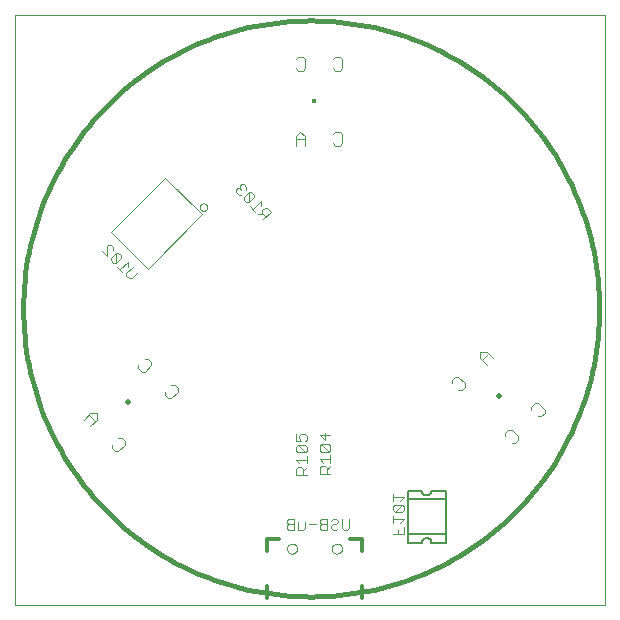
<source format=gbo>
G75*
%MOIN*%
%OFA0B0*%
%FSLAX24Y24*%
%IPPOS*%
%LPD*%
%AMOC8*
5,1,8,0,0,1.08239X$1,22.5*
%
%ADD10C,0.0000*%
%ADD11C,0.0160*%
%ADD12C,0.0040*%
%ADD13R,0.0157X0.0157*%
%ADD14R,0.0157X0.0157*%
%ADD15C,0.0120*%
%ADD16C,0.0050*%
D10*
X000100Y001115D02*
X000100Y020800D01*
X019785Y020800D01*
X019785Y001115D01*
X000100Y001115D01*
X009175Y003001D02*
X009177Y003026D01*
X009183Y003051D01*
X009192Y003075D01*
X009205Y003097D01*
X009222Y003117D01*
X009241Y003134D01*
X009262Y003148D01*
X009286Y003158D01*
X009310Y003165D01*
X009336Y003168D01*
X009361Y003167D01*
X009386Y003162D01*
X009410Y003153D01*
X009433Y003141D01*
X009453Y003126D01*
X009471Y003107D01*
X009486Y003086D01*
X009497Y003063D01*
X009505Y003039D01*
X009509Y003014D01*
X009509Y002988D01*
X009505Y002963D01*
X009497Y002939D01*
X009486Y002916D01*
X009471Y002895D01*
X009453Y002876D01*
X009433Y002861D01*
X009410Y002849D01*
X009386Y002840D01*
X009361Y002835D01*
X009336Y002834D01*
X009310Y002837D01*
X009286Y002844D01*
X009262Y002854D01*
X009241Y002868D01*
X009222Y002885D01*
X009205Y002905D01*
X009192Y002927D01*
X009183Y002951D01*
X009177Y002976D01*
X009175Y003001D01*
X010671Y003001D02*
X010673Y003026D01*
X010679Y003051D01*
X010688Y003075D01*
X010701Y003097D01*
X010718Y003117D01*
X010737Y003134D01*
X010758Y003148D01*
X010782Y003158D01*
X010806Y003165D01*
X010832Y003168D01*
X010857Y003167D01*
X010882Y003162D01*
X010906Y003153D01*
X010929Y003141D01*
X010949Y003126D01*
X010967Y003107D01*
X010982Y003086D01*
X010993Y003063D01*
X011001Y003039D01*
X011005Y003014D01*
X011005Y002988D01*
X011001Y002963D01*
X010993Y002939D01*
X010982Y002916D01*
X010967Y002895D01*
X010949Y002876D01*
X010929Y002861D01*
X010906Y002849D01*
X010882Y002840D01*
X010857Y002835D01*
X010832Y002834D01*
X010806Y002837D01*
X010782Y002844D01*
X010758Y002854D01*
X010737Y002868D01*
X010718Y002885D01*
X010701Y002905D01*
X010688Y002927D01*
X010679Y002951D01*
X010673Y002976D01*
X010671Y003001D01*
D11*
X000379Y011005D02*
X000382Y011241D01*
X000391Y011476D01*
X000405Y011711D01*
X000425Y011946D01*
X000451Y012180D01*
X000483Y012414D01*
X000520Y012646D01*
X000563Y012878D01*
X000612Y013109D01*
X000667Y013338D01*
X000727Y013566D01*
X000792Y013792D01*
X000864Y014017D01*
X000940Y014239D01*
X001022Y014460D01*
X001110Y014679D01*
X001203Y014896D01*
X001301Y015110D01*
X001404Y015322D01*
X001513Y015531D01*
X001626Y015737D01*
X001745Y015941D01*
X001869Y016142D01*
X001997Y016339D01*
X002130Y016533D01*
X002268Y016724D01*
X002411Y016912D01*
X002558Y017096D01*
X002710Y017276D01*
X002866Y017453D01*
X003027Y017625D01*
X003191Y017794D01*
X003360Y017958D01*
X003532Y018119D01*
X003709Y018275D01*
X003889Y018427D01*
X004073Y018574D01*
X004261Y018717D01*
X004452Y018855D01*
X004646Y018988D01*
X004843Y019116D01*
X005044Y019240D01*
X005248Y019359D01*
X005454Y019472D01*
X005663Y019581D01*
X005875Y019684D01*
X006089Y019782D01*
X006306Y019875D01*
X006525Y019963D01*
X006746Y020045D01*
X006968Y020121D01*
X007193Y020193D01*
X007419Y020258D01*
X007647Y020318D01*
X007876Y020373D01*
X008107Y020422D01*
X008339Y020465D01*
X008571Y020502D01*
X008805Y020534D01*
X009039Y020560D01*
X009274Y020580D01*
X009509Y020594D01*
X009744Y020603D01*
X009980Y020606D01*
X010216Y020603D01*
X010451Y020594D01*
X010686Y020580D01*
X010921Y020560D01*
X011155Y020534D01*
X011389Y020502D01*
X011621Y020465D01*
X011853Y020422D01*
X012084Y020373D01*
X012313Y020318D01*
X012541Y020258D01*
X012767Y020193D01*
X012992Y020121D01*
X013214Y020045D01*
X013435Y019963D01*
X013654Y019875D01*
X013871Y019782D01*
X014085Y019684D01*
X014297Y019581D01*
X014506Y019472D01*
X014712Y019359D01*
X014916Y019240D01*
X015117Y019116D01*
X015314Y018988D01*
X015508Y018855D01*
X015699Y018717D01*
X015887Y018574D01*
X016071Y018427D01*
X016251Y018275D01*
X016428Y018119D01*
X016600Y017958D01*
X016769Y017794D01*
X016933Y017625D01*
X017094Y017453D01*
X017250Y017276D01*
X017402Y017096D01*
X017549Y016912D01*
X017692Y016724D01*
X017830Y016533D01*
X017963Y016339D01*
X018091Y016142D01*
X018215Y015941D01*
X018334Y015737D01*
X018447Y015531D01*
X018556Y015322D01*
X018659Y015110D01*
X018757Y014896D01*
X018850Y014679D01*
X018938Y014460D01*
X019020Y014239D01*
X019096Y014017D01*
X019168Y013792D01*
X019233Y013566D01*
X019293Y013338D01*
X019348Y013109D01*
X019397Y012878D01*
X019440Y012646D01*
X019477Y012414D01*
X019509Y012180D01*
X019535Y011946D01*
X019555Y011711D01*
X019569Y011476D01*
X019578Y011241D01*
X019581Y011005D01*
X019578Y010769D01*
X019569Y010534D01*
X019555Y010299D01*
X019535Y010064D01*
X019509Y009830D01*
X019477Y009596D01*
X019440Y009364D01*
X019397Y009132D01*
X019348Y008901D01*
X019293Y008672D01*
X019233Y008444D01*
X019168Y008218D01*
X019096Y007993D01*
X019020Y007771D01*
X018938Y007550D01*
X018850Y007331D01*
X018757Y007114D01*
X018659Y006900D01*
X018556Y006688D01*
X018447Y006479D01*
X018334Y006273D01*
X018215Y006069D01*
X018091Y005868D01*
X017963Y005671D01*
X017830Y005477D01*
X017692Y005286D01*
X017549Y005098D01*
X017402Y004914D01*
X017250Y004734D01*
X017094Y004557D01*
X016933Y004385D01*
X016769Y004216D01*
X016600Y004052D01*
X016428Y003891D01*
X016251Y003735D01*
X016071Y003583D01*
X015887Y003436D01*
X015699Y003293D01*
X015508Y003155D01*
X015314Y003022D01*
X015117Y002894D01*
X014916Y002770D01*
X014712Y002651D01*
X014506Y002538D01*
X014297Y002429D01*
X014085Y002326D01*
X013871Y002228D01*
X013654Y002135D01*
X013435Y002047D01*
X013214Y001965D01*
X012992Y001889D01*
X012767Y001817D01*
X012541Y001752D01*
X012313Y001692D01*
X012084Y001637D01*
X011853Y001588D01*
X011621Y001545D01*
X011389Y001508D01*
X011155Y001476D01*
X010921Y001450D01*
X010686Y001430D01*
X010451Y001416D01*
X010216Y001407D01*
X009980Y001404D01*
X009744Y001407D01*
X009509Y001416D01*
X009274Y001430D01*
X009039Y001450D01*
X008805Y001476D01*
X008571Y001508D01*
X008339Y001545D01*
X008107Y001588D01*
X007876Y001637D01*
X007647Y001692D01*
X007419Y001752D01*
X007193Y001817D01*
X006968Y001889D01*
X006746Y001965D01*
X006525Y002047D01*
X006306Y002135D01*
X006089Y002228D01*
X005875Y002326D01*
X005663Y002429D01*
X005454Y002538D01*
X005248Y002651D01*
X005044Y002770D01*
X004843Y002894D01*
X004646Y003022D01*
X004452Y003155D01*
X004261Y003293D01*
X004073Y003436D01*
X003889Y003583D01*
X003709Y003735D01*
X003532Y003891D01*
X003360Y004052D01*
X003191Y004216D01*
X003027Y004385D01*
X002866Y004557D01*
X002710Y004734D01*
X002558Y004914D01*
X002411Y005098D01*
X002268Y005286D01*
X002130Y005477D01*
X001997Y005671D01*
X001869Y005868D01*
X001745Y006069D01*
X001626Y006273D01*
X001513Y006479D01*
X001404Y006688D01*
X001301Y006900D01*
X001203Y007114D01*
X001110Y007331D01*
X001022Y007550D01*
X000940Y007771D01*
X000864Y007993D01*
X000792Y008218D01*
X000727Y008444D01*
X000667Y008672D01*
X000612Y008901D01*
X000563Y009132D01*
X000520Y009364D01*
X000483Y009596D01*
X000451Y009830D01*
X000425Y010064D01*
X000405Y010299D01*
X000391Y010534D01*
X000382Y010769D01*
X000379Y011005D01*
D12*
X002998Y012919D02*
X003168Y012750D01*
X003168Y013089D01*
X003210Y013132D01*
X003295Y013132D01*
X003380Y013047D01*
X003380Y012962D01*
X003470Y012871D02*
X003470Y012532D01*
X003386Y012532D01*
X003301Y012617D01*
X003301Y012702D01*
X003470Y012871D01*
X003555Y012871D01*
X003640Y012786D01*
X003640Y012702D01*
X003470Y012532D01*
X003519Y012399D02*
X003688Y012229D01*
X003604Y012314D02*
X003858Y012568D01*
X003858Y012399D01*
X004034Y012393D02*
X003822Y012181D01*
X003822Y012096D01*
X003906Y012011D01*
X003991Y012011D01*
X004204Y012223D01*
X004538Y012337D02*
X006347Y014147D01*
X005122Y015372D01*
X003313Y013562D01*
X004538Y012337D01*
X006261Y014384D02*
X006263Y014406D01*
X006269Y014428D01*
X006278Y014448D01*
X006291Y014466D01*
X006307Y014482D01*
X006325Y014495D01*
X006345Y014504D01*
X006367Y014510D01*
X006389Y014512D01*
X006411Y014510D01*
X006433Y014504D01*
X006453Y014495D01*
X006471Y014482D01*
X006487Y014466D01*
X006500Y014448D01*
X006509Y014428D01*
X006515Y014406D01*
X006517Y014384D01*
X006515Y014362D01*
X006509Y014340D01*
X006500Y014320D01*
X006487Y014302D01*
X006471Y014286D01*
X006453Y014273D01*
X006433Y014264D01*
X006411Y014258D01*
X006389Y014256D01*
X006367Y014258D01*
X006345Y014264D01*
X006325Y014273D01*
X006307Y014286D01*
X006291Y014302D01*
X006278Y014320D01*
X006269Y014340D01*
X006263Y014362D01*
X006261Y014384D01*
X007475Y014887D02*
X007560Y014802D01*
X007645Y014802D01*
X007736Y014712D02*
X007736Y014627D01*
X007821Y014542D01*
X007906Y014542D01*
X007906Y014881D01*
X007736Y014712D01*
X007906Y014881D02*
X007990Y014881D01*
X008075Y014796D01*
X008075Y014712D01*
X007906Y014542D01*
X007954Y014409D02*
X008123Y014239D01*
X008039Y014324D02*
X008293Y014578D01*
X008293Y014409D01*
X008426Y014360D02*
X008341Y014276D01*
X008341Y014191D01*
X008469Y014063D01*
X008384Y013978D02*
X008639Y014233D01*
X008511Y014360D01*
X008426Y014360D01*
X008384Y014148D02*
X008214Y014148D01*
X007815Y014972D02*
X007815Y015057D01*
X007730Y015142D01*
X007645Y015142D01*
X007603Y015099D01*
X007603Y015014D01*
X007518Y015014D01*
X007475Y014972D01*
X007475Y014887D01*
X007603Y015014D02*
X007645Y014972D01*
X009463Y016435D02*
X009463Y016742D01*
X009617Y016895D01*
X009770Y016742D01*
X009770Y016435D01*
X009770Y016665D02*
X009463Y016665D01*
X010713Y016818D02*
X010790Y016895D01*
X010944Y016895D01*
X011020Y016818D01*
X011020Y016511D01*
X010944Y016435D01*
X010790Y016435D01*
X010713Y016511D01*
X010790Y018935D02*
X010713Y019011D01*
X010790Y018935D02*
X010944Y018935D01*
X011020Y019011D01*
X011020Y019318D01*
X010944Y019395D01*
X010790Y019395D01*
X010713Y019318D01*
X009770Y019318D02*
X009770Y019011D01*
X009694Y018935D01*
X009540Y018935D01*
X009463Y019011D01*
X009463Y019318D02*
X009540Y019395D01*
X009694Y019395D01*
X009770Y019318D01*
X015611Y009559D02*
X015611Y009342D01*
X015828Y009125D01*
X015665Y009288D02*
X015882Y009505D01*
X015828Y009559D02*
X015611Y009559D01*
X015828Y009559D02*
X016045Y009342D01*
X015107Y008512D02*
X015107Y008404D01*
X014998Y008295D01*
X014890Y008295D01*
X015107Y008512D02*
X014890Y008729D01*
X014781Y008729D01*
X014673Y008621D01*
X014673Y008512D01*
X016441Y006853D02*
X016549Y006962D01*
X016658Y006962D01*
X016875Y006745D01*
X016875Y006636D01*
X016766Y006528D01*
X016658Y006528D01*
X016441Y006745D02*
X016441Y006853D01*
X017324Y007629D02*
X017324Y007737D01*
X017433Y007846D01*
X017541Y007846D01*
X017758Y007629D01*
X017758Y007520D01*
X017650Y007412D01*
X017541Y007412D01*
X013070Y004716D02*
X012950Y004596D01*
X013010Y004468D02*
X012770Y004228D01*
X012710Y004288D01*
X012710Y004408D01*
X012770Y004468D01*
X013010Y004468D01*
X013070Y004408D01*
X013070Y004288D01*
X013010Y004228D01*
X012770Y004228D01*
X012710Y004100D02*
X012710Y003860D01*
X012710Y003980D02*
X013070Y003980D01*
X012950Y003860D01*
X013070Y003732D02*
X013070Y003491D01*
X012710Y003491D01*
X012890Y003491D02*
X012890Y003611D01*
X012710Y004596D02*
X012710Y004837D01*
X012710Y004716D02*
X013070Y004716D01*
X011240Y003995D02*
X011240Y003695D01*
X011180Y003635D01*
X011060Y003635D01*
X011000Y003695D01*
X011000Y003995D01*
X010872Y003935D02*
X010872Y003875D01*
X010812Y003815D01*
X010692Y003815D01*
X010631Y003755D01*
X010631Y003695D01*
X010692Y003635D01*
X010812Y003635D01*
X010872Y003695D01*
X010872Y003935D02*
X010812Y003995D01*
X010692Y003995D01*
X010631Y003935D01*
X010503Y003995D02*
X010503Y003635D01*
X010323Y003635D01*
X010263Y003695D01*
X010263Y003755D01*
X010323Y003815D01*
X010503Y003815D01*
X010323Y003815D02*
X010263Y003875D01*
X010263Y003935D01*
X010323Y003995D01*
X010503Y003995D01*
X010135Y003815D02*
X009895Y003815D01*
X009767Y003875D02*
X009767Y003695D01*
X009707Y003635D01*
X009527Y003635D01*
X009527Y003875D01*
X009398Y003815D02*
X009218Y003815D01*
X009158Y003755D01*
X009158Y003695D01*
X009218Y003635D01*
X009398Y003635D01*
X009398Y003995D01*
X009218Y003995D01*
X009158Y003935D01*
X009158Y003875D01*
X009218Y003815D01*
X009470Y005471D02*
X009470Y005652D01*
X009530Y005712D01*
X009650Y005712D01*
X009710Y005652D01*
X009710Y005471D01*
X009830Y005471D02*
X009470Y005471D01*
X009710Y005591D02*
X009830Y005712D01*
X009830Y005840D02*
X009830Y006080D01*
X009830Y005960D02*
X009470Y005960D01*
X009590Y005840D01*
X009530Y006208D02*
X009470Y006268D01*
X009470Y006388D01*
X009530Y006448D01*
X009770Y006208D01*
X009830Y006268D01*
X009830Y006388D01*
X009770Y006448D01*
X009530Y006448D01*
X009470Y006576D02*
X009650Y006576D01*
X009590Y006696D01*
X009590Y006756D01*
X009650Y006817D01*
X009770Y006817D01*
X009830Y006756D01*
X009830Y006636D01*
X009770Y006576D01*
X009470Y006576D02*
X009470Y006817D01*
X009530Y006208D02*
X009770Y006208D01*
X010260Y006298D02*
X010320Y006238D01*
X010560Y006238D01*
X010320Y006478D01*
X010560Y006478D01*
X010620Y006418D01*
X010620Y006298D01*
X010560Y006238D01*
X010620Y006110D02*
X010620Y005870D01*
X010620Y005990D02*
X010260Y005990D01*
X010380Y005870D01*
X010320Y005742D02*
X010440Y005742D01*
X010500Y005682D01*
X010500Y005501D01*
X010620Y005501D02*
X010260Y005501D01*
X010260Y005682D01*
X010320Y005742D01*
X010500Y005621D02*
X010620Y005742D01*
X010260Y006298D02*
X010260Y006418D01*
X010320Y006478D01*
X010440Y006606D02*
X010440Y006847D01*
X010620Y006786D02*
X010260Y006786D01*
X010440Y006606D01*
X005537Y008232D02*
X005320Y008015D01*
X005212Y008015D01*
X005103Y008124D01*
X005103Y008232D01*
X005320Y008449D02*
X005429Y008449D01*
X005537Y008341D01*
X005537Y008232D01*
X004654Y009116D02*
X004437Y008899D01*
X004328Y008899D01*
X004220Y009008D01*
X004220Y009116D01*
X004437Y009333D02*
X004545Y009333D01*
X004654Y009225D01*
X004654Y009116D01*
X002832Y007511D02*
X002832Y007294D01*
X002615Y007077D01*
X002777Y007240D02*
X002560Y007457D01*
X002615Y007511D02*
X002398Y007294D01*
X002615Y007511D02*
X002832Y007511D01*
X003553Y006681D02*
X003661Y006681D01*
X003770Y006573D01*
X003770Y006464D01*
X003553Y006247D01*
X003444Y006247D01*
X003336Y006356D01*
X003336Y006464D01*
D13*
X010080Y017915D03*
D14*
G36*
X016140Y008105D02*
X016250Y008215D01*
X016360Y008105D01*
X016250Y007995D01*
X016140Y008105D01*
G37*
G36*
X003880Y007795D02*
X003770Y007905D01*
X003880Y008015D01*
X003990Y007905D01*
X003880Y007795D01*
G37*
D15*
X008515Y003316D02*
X008909Y003316D01*
X008515Y003316D02*
X008515Y002922D01*
X008515Y001741D02*
X008515Y001347D01*
X011271Y003316D02*
X011665Y003316D01*
X011662Y003309D02*
X011662Y002922D01*
X011665Y002922D01*
X011665Y001741D02*
X011665Y001347D01*
D16*
X013200Y003199D02*
X013673Y003199D01*
X013675Y003222D01*
X013680Y003245D01*
X013689Y003267D01*
X013700Y003287D01*
X013715Y003306D01*
X013732Y003322D01*
X013752Y003335D01*
X013773Y003345D01*
X013795Y003352D01*
X013818Y003356D01*
X013842Y003356D01*
X013865Y003352D01*
X013887Y003345D01*
X013909Y003335D01*
X013928Y003322D01*
X013945Y003306D01*
X013960Y003287D01*
X013971Y003267D01*
X013980Y003245D01*
X013985Y003222D01*
X013987Y003199D01*
X014460Y003199D01*
X014460Y003474D01*
X013200Y003474D01*
X013200Y003199D01*
X013200Y003474D02*
X013200Y004655D01*
X014460Y004655D01*
X014460Y004931D01*
X013987Y004931D01*
X013985Y004908D01*
X013980Y004885D01*
X013971Y004863D01*
X013960Y004843D01*
X013945Y004824D01*
X013928Y004808D01*
X013909Y004795D01*
X013887Y004785D01*
X013865Y004778D01*
X013842Y004774D01*
X013818Y004774D01*
X013795Y004778D01*
X013773Y004785D01*
X013752Y004795D01*
X013732Y004808D01*
X013715Y004824D01*
X013700Y004843D01*
X013689Y004863D01*
X013680Y004885D01*
X013675Y004908D01*
X013673Y004931D01*
X013200Y004931D01*
X013200Y004655D01*
X014460Y004655D02*
X014460Y003474D01*
M02*

</source>
